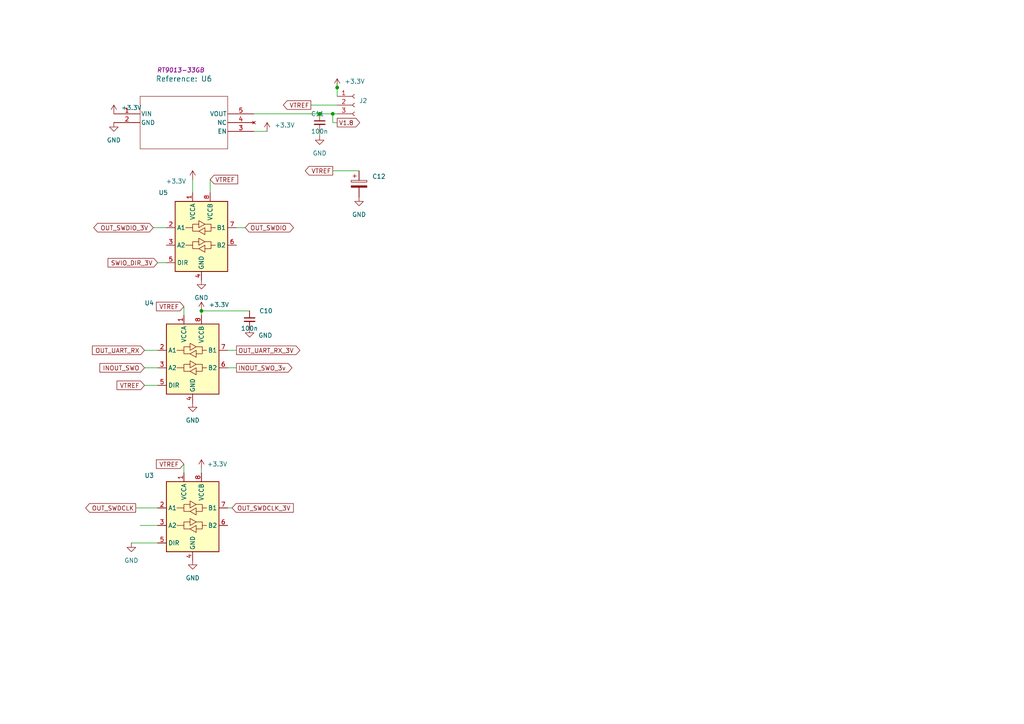
<source format=kicad_sch>
(kicad_sch (version 20231120) (generator "eeschema") (generator_version "8.0")
  (paper "A4")
  (title_block (title "Swindle CH32V303") (rev "H"))
  (lib_symbols
    (symbol "2024-10-20_09-04-45:RT9013-33GB" (pin_names (offset 0.254))
      (property "Reference" "U" (at 20.32 10.16 0))
      (property "Value" "RT9013-33GB" (at 20.32 7.62 0))
      (symbol "RT9013-33GB_0_1"
        (polyline (pts (xy 7.62 -10.16) (xy 33.02 -10.16)) (stroke (width 0.127)))
        (polyline (pts (xy 7.62 5.08) (xy 7.62 -10.16)) (stroke (width 0.127)))
        (polyline (pts (xy 33.02 -10.16) (xy 33.02 5.08)) (stroke (width 0.127)))
        (polyline (pts (xy 33.02 5.08) (xy 7.62 5.08)) (stroke (width 0.127)))
        (pin input line (at 0 0 0) (length 7.62) (name "VIN") (number "1"))
        (pin power_out line (at 0 -2.54 0) (length 7.62) (name "GND") (number "2"))
        (pin unspecified line (at 40.64 -5.08 180) (length 7.62) (name "EN") (number "3"))
        (pin no_connect line (at 40.64 -2.54 180) (length 7.62) (name "NC") (number "4"))
        (pin output line (at 40.64 0 180) (length 7.62) (name "VOUT") (number "5"))
      )
    )
    (symbol "Connector:Conn_01x03_Socket" (pin_names (offset 1.016) hide)
      (property "Reference" "J" (at 0 5.08 0))
      (property "Value" "Conn_01x03_Socket" (at 0 -5.08 0))
      (symbol "Conn_01x03_Socket_1_1"
        (arc (start 0 -2.032) (mid -0.5058 -2.54) (end 0 -3.048) (stroke (width 0.1524)))
        (polyline (pts (xy -1.27 -2.54) (xy -0.508 -2.54)) (stroke (width 0.1524)))
        (polyline (pts (xy -1.27 0) (xy -0.508 0)) (stroke (width 0.1524)))
        (polyline (pts (xy -1.27 2.54) (xy -0.508 2.54)) (stroke (width 0.1524)))
        (arc (start 0 0.508) (mid -0.5058 0) (end 0 -0.508) (stroke (width 0.1524)))
        (arc (start 0 3.048) (mid -0.5058 2.54) (end 0 2.032) (stroke (width 0.1524)))
        (pin passive line (at -5.08 2.54 0) (length 3.81) (name "Pin_1") (number "1"))
        (pin passive line (at -5.08 0 0) (length 3.81) (name "Pin_2") (number "2"))
        (pin passive line (at -5.08 -2.54 0) (length 3.81) (name "Pin_3") (number "3"))
      )
    )
    (symbol "Device:C_Polarized" (pin_numbers hide) (pin_names (offset 0.254))
      (property "Reference" "C" (at 0.635 2.54 0))
      (property "Value" "C_Polarized" (at 0.635 -2.54 0))
      (symbol "C_Polarized_0_1"
        (rectangle (start -2.286 0.508) (end 2.286 1.016))
        (polyline (pts (xy -1.778 2.286) (xy -0.762 2.286)))
        (polyline (pts (xy -1.27 2.794) (xy -1.27 1.778)))
        (rectangle (start 2.286 -0.508) (end -2.286 -1.016) (fill (type outline)))
      )
      (symbol "C_Polarized_1_1"
        (pin passive line (at 0 3.81 270) (length 2.794) (name "~") (number "1"))
        (pin passive line (at 0 -3.81 90) (length 2.794) (name "~") (number "2"))
      )
    )
    (symbol "Device:C_Small" (pin_numbers hide) (pin_names (offset 0.254) hide)
      (property "Reference" "C" (at 0.254 1.778 0))
      (property "Value" "C_Small" (at 0.254 -2.032 0))
      (symbol "C_Small_0_1"
        (polyline (pts (xy -1.524 -0.508) (xy 1.524 -0.508)) (stroke (width 0.3302)))
        (polyline (pts (xy -1.524 0.508) (xy 1.524 0.508)) (stroke (width 0.3048)))
      )
      (symbol "C_Small_1_1"
        (pin passive line (at 0 2.54 270) (length 2.032) (name "~") (number "1"))
        (pin passive line (at 0 -2.54 90) (length 2.032) (name "~") (number "2"))
      )
    )
    (symbol "Logic_LevelTranslator:SN74LVC2T45DCUR"
      (property "Reference" "U" (at -6.35 11.43 0))
      (property "Value" "SN74LVC2T45DCUR" (at 3.81 11.43 0))
      (symbol "SN74LVC2T45DCUR_0_1"
        (rectangle (start -7.62 10.16) (end 7.62 -10.16) (stroke (width 0.254)) (fill (type background)))
        (polyline (pts (xy -2.54 2.54) (xy -2.54 3.556) (xy -0.762 3.556)))
        (polyline (pts (xy 2.794 2.54) (xy 2.794 1.524) (xy 1.016 1.524)))
        (polyline (pts (xy -0.762 1.524) (xy -2.54 1.524) (xy -2.54 2.54) (xy -4.572 2.54)))
        (polyline (pts (xy -0.762 2.54) (xy -0.762 4.572) (xy 1.016 3.556) (xy -0.762 2.54)))
        (polyline (pts (xy 1.016 3.556) (xy 2.794 3.556) (xy 2.794 2.54) (xy 4.064 2.54)))
        (polyline (pts (xy 1.016 2.54) (xy 1.016 0.762) (xy 1.016 0.508) (xy -0.762 1.524) (xy 1.016 2.54)))
      )
      (symbol "SN74LVC2T45DCUR_1_1"
        (polyline (pts (xy -2.54 -2.54) (xy -2.54 -1.524) (xy -0.762 -1.524)))
        (polyline (pts (xy 2.794 -2.54) (xy 2.794 -3.556) (xy 1.016 -3.556)))
        (polyline (pts (xy -0.762 -3.556) (xy -2.54 -3.556) (xy -2.54 -2.54) (xy -4.572 -2.54)))
        (polyline (pts (xy -0.762 -2.54) (xy -0.762 -0.508) (xy 1.016 -1.524) (xy -0.762 -2.54)))
        (polyline (pts (xy 1.016 -1.524) (xy 2.794 -1.524) (xy 2.794 -2.54) (xy 4.064 -2.54)))
        (polyline (pts (xy 1.016 -2.54) (xy 1.016 -4.318) (xy 1.016 -4.572) (xy -0.762 -3.556) (xy 1.016 -2.54)))
        (pin power_in line (at -2.54 12.7 270) (length 2.54) (name "VCCA") (number "1"))
        (pin bidirectional line (at -10.16 2.54 0) (length 2.54) (name "A1") (number "2"))
        (pin bidirectional line (at -10.16 -2.54 0) (length 2.54) (name "A2") (number "3"))
        (pin power_in line (at 0 -12.7 90) (length 2.54) (name "GND") (number "4"))
        (pin input line (at -10.16 -7.62 0) (length 2.54) (name "DIR") (number "5"))
        (pin bidirectional line (at 10.16 -2.54 180) (length 2.54) (name "B2") (number "6"))
        (pin bidirectional line (at 10.16 2.54 180) (length 2.54) (name "B1") (number "7"))
        (pin power_in line (at 2.54 12.7 270) (length 2.54) (name "VCCB") (number "8"))
      )
    )
    (symbol "power:+3.3V" (power) (pin_names (offset 0))
      (property "Value" "+3.3V" (at 0 3.556 0))
      (symbol "+3.3V_0_1"
        (polyline (pts (xy -0.762 1.27) (xy 0 2.54)))
        (polyline (pts (xy 0 0) (xy 0 2.54)))
        (polyline (pts (xy 0 2.54) (xy 0.762 1.27)))
      )
      (symbol "+3.3V_1_1"
        (pin power_in line (at 0 0 90) (length 0) hide (name "+3.3V") (number "1"))
      )
    )
    (symbol "power:GND" (power) (pin_names (offset 0))
      (property "Value" "GND" (at 0 -3.81 0))
      (symbol "GND_0_1"
        (polyline (pts (xy 0 0) (xy 0 -1.27) (xy 1.27 -1.27) (xy 0 -2.54) (xy -1.27 -1.27) (xy 0 -1.27)))
      )
      (symbol "GND_1_1"
        (pin power_in line (at 0 0 270) (length 0) hide (name "GND") (number "1"))
      )
    )
  )
  (junction (at 96.52 33.02))
  (junction (at 92.71 33.02))
  (junction (at 97.79 25.4))
  (junction (at 58.42 90.17))
  (wire (pts (xy 41.91 111.76) (xy 45.72 111.76)))
  (wire (pts (xy 40.64 152.4) (xy 45.72 152.4)))
  (wire (pts (xy 58.42 90.17) (xy 72.39 90.17)))
  (wire (pts (xy 96.52 33.02) (xy 97.79 33.02)))
  (wire (pts (xy 58.42 135.89) (xy 58.42 137.16)))
  (wire (pts (xy 73.66 38.1) (xy 77.47 38.1)))
  (wire (pts (xy 92.71 33.02) (xy 96.52 33.02)))
  (wire (pts (xy 90.17 30.48) (xy 97.79 30.48)))
  (wire (pts (xy 66.04 106.68) (xy 68.58 106.68)))
  (wire (pts (xy 66.04 101.6) (xy 68.58 101.6)))
  (wire (pts (xy 97.79 24.13) (xy 97.79 25.4)))
  (wire (pts (xy 96.52 49.53) (xy 104.14 49.53)))
  (wire (pts (xy 38.1 157.48) (xy 45.72 157.48)))
  (wire (pts (xy 41.91 101.6) (xy 45.72 101.6)))
  (wire (pts (xy 55.88 52.07) (xy 55.88 55.88)))
  (wire (pts (xy 66.04 147.32) (xy 67.31 147.32)))
  (wire (pts (xy 44.45 66.04) (xy 48.26 66.04)))
  (wire (pts (xy 53.34 88.9) (xy 53.34 91.44)))
  (wire (pts (xy 97.79 25.4) (xy 97.79 27.94)))
  (wire (pts (xy 97.79 35.56) (xy 96.52 35.56)))
  (wire (pts (xy 60.96 52.07) (xy 60.96 55.88)))
  (wire (pts (xy 68.58 66.04) (xy 71.12 66.04)))
  (wire (pts (xy 58.42 90.17) (xy 58.42 91.44)))
  (wire (pts (xy 73.66 33.02) (xy 92.71 33.02)))
  (wire (pts (xy 53.34 134.62) (xy 53.34 137.16)))
  (wire (pts (xy 96.52 35.56) (xy 96.52 33.02)))
  (wire (pts (xy 39.37 147.32) (xy 45.72 147.32)))
  (wire (pts (xy 92.71 38.1) (xy 92.71 39.37)))
  (wire (pts (xy 41.91 106.68) (xy 45.72 106.68)))
  (wire (pts (xy 45.72 76.2) (xy 48.26 76.2)))
  (global_label "OUT_UART_RX" (shape input) (at 41.91 101.6 180) (property "Intersheetrefs" "${INTERSHEET_REFS}" (effects (hide yes))))
  (global_label "OUT_SWDCLK_3V" (shape input) (at 67.31 147.32 0) (property "Intersheetrefs" "${INTERSHEET_REFS}" (effects (hide yes))))
  (global_label "VTREF" (shape input) (at 53.34 88.9 180) (property "Intersheetrefs" "${INTERSHEET_REFS}" (effects (hide yes))))
  (global_label "INOUT_SWO" (shape input) (at 41.91 106.68 180) (property "Intersheetrefs" "${INTERSHEET_REFS}" (effects (hide yes))))
  (global_label "OUT_SWDCLK" (shape output) (at 39.37 147.32 180) (property "Intersheetrefs" "${INTERSHEET_REFS}" (effects (hide yes))))
  (global_label "V1.8" (shape output) (at 97.79 35.56 0) (property "Intersheetrefs" "${INTERSHEET_REFS}" (effects (hide yes))))
  (global_label "VTREF" (shape input) (at 53.34 134.62 180) (property "Intersheetrefs" "${INTERSHEET_REFS}" (effects (hide yes))))
  (global_label "INOUT_SWO_3v" (shape output) (at 68.58 106.68 0) (property "Intersheetrefs" "${INTERSHEET_REFS}" (effects (hide yes))))
  (global_label "SWIO_DIR_3V" (shape input) (at 45.72 76.2 180) (property "Intersheetrefs" "${INTERSHEET_REFS}" (effects (hide yes))))
  (global_label "VTREF" (shape output) (at 90.17 30.48 180) (property "Intersheetrefs" "${INTERSHEET_REFS}" (effects (hide yes))))
  (global_label "VTREF" (shape input) (at 41.91 111.76 180) (property "Intersheetrefs" "${INTERSHEET_REFS}" (effects (hide yes))))
  (global_label "OUT_UART_RX_3V" (shape output) (at 68.58 101.6 0) (property "Intersheetrefs" "${INTERSHEET_REFS}" (effects (hide yes))))
  (global_label "VTREF" (shape input) (at 60.96 52.07 0) (property "Intersheetrefs" "${INTERSHEET_REFS}" (effects (hide yes))))
  (global_label "OUT_SWDIO_3V" (shape bidirectional) (at 44.45 66.04 180) (property "Intersheetrefs" "${INTERSHEET_REFS}" (effects (hide yes))))
  (global_label "VTREF" (shape output) (at 96.52 49.53 180) (property "Intersheetrefs" "${INTERSHEET_REFS}" (effects (hide yes))))
  (global_label "OUT_SWDIO" (shape bidirectional) (at 71.12 66.04 0) (property "Intersheetrefs" "${INTERSHEET_REFS}" (effects (hide yes))))
  (symbol (lib_id "Device:C_Polarized") (at 104.14 53.34 0) (unit 1)
    (property "Reference" "C12" (at 107.95 51.1809 0) (effects (justify left)))
    (property "Value" "100u" (effects (hide yes)))
    (property "Footprint" "Capacitor_SMD:C_1206_3216Metric_Pad1.33x1.80mm_HandSolder" (effects (hide yes)))
  )
  (symbol (lib_id "power:+3.3V") (at 97.79 25.4 0) (unit 1)
    (property "Reference" "#PWR033" (effects (hide yes)))
    (property "Value" "+3.3V" (at 102.87 23.622 0))
  )
  (symbol (lib_id "power:+3.3V") (at 55.88 52.07 0) (unit 1)
    (property "Reference" "#PWR022" (effects (hide yes)))
    (property "Value" "+3.3V" (at 51.054 52.578 0))
  )
  (symbol (lib_id "power:GND") (at 92.71 39.37 0) (unit 1)
    (property "Reference" "#PWR032" (effects (hide yes)))
    (property "Value" "GND" (at 92.71 44.45 0))
  )
  (symbol (lib_id "power:GND") (at 55.88 116.84 0) (unit 1)
    (property "Reference" "#PWR024" (effects (hide yes)))
    (property "Value" "GND" (at 55.88 121.92 0))
  )
  (symbol (lib_id "Logic_LevelTranslator:SN74LVC2T45DCUR") (at 55.88 149.86 0) (unit 1)
    (property "Reference" "U3" (at 41.91 137.922 0) (effects (justify left)))
    (property "Value" "3V->VTREF" (effects (hide yes)))
    (property "Footprint" "Package_SO:TSSOP-8_3x3mm_P0.65mm" (effects (hide yes)))
    (property "Datasheet" "http://www.ti.com/lit/ds/symlink/sn74lvc2t45.pdf" (effects (hide yes)))
    (property "Description" "Dual-Bit Dual-Supply Bus Transceiver With Configurable Voltage Translation and 3-State Outputs, VSSOP-8" (effects (hide yes)))
  )
  (symbol (lib_id "power:GND") (at 104.14 57.15 0) (mirror y) (unit 1)
    (property "Reference" "#PWR034" (effects (hide yes)))
    (property "Value" "GND" (at 104.14 62.23 0))
  )
  (symbol (lib_id "power:GND") (at 55.88 162.56 0) (unit 1)
    (property "Reference" "#PWR023" (effects (hide yes)))
    (property "Value" "GND" (at 55.88 167.64 0))
  )
  (symbol (lib_id "power:+3.3V") (at 58.42 135.89 0) (unit 1)
    (property "Reference" "#PWR028" (effects (hide yes)))
    (property "Value" "+3.3V" (at 62.992 134.62 0))
  )
  (symbol (lib_id "Device:C_Small") (at 92.71 35.56 0) (unit 1)
    (property "Reference" "C11" (at 90.17 33.02 0) (effects (justify left)))
    (property "Value" "100n" (at 90.17 38.1 0) (effects (justify left)))
    (property "Footprint" "Resistor_SMD:R_0603_1608Metric" (effects (hide yes)))
  )
  (symbol (lib_id "power:GND") (at 38.1 157.48 0) (unit 1)
    (property "Reference" "#PWR021" (effects (hide yes)))
    (property "Value" "GND" (at 38.1 162.56 0))
  )
  (symbol (lib_id "Logic_LevelTranslator:SN74LVC2T45DCUR") (at 58.42 68.58 0) (unit 1)
    (property "Reference" "U5" (at 45.974 55.88 0) (effects (justify left)))
    (property "Value" "VTREF<->3V" (effects (hide yes)))
    (property "Footprint" "Package_SO:TSSOP-8_3x3mm_P0.65mm" (effects (hide yes)))
    (property "Datasheet" "http://www.ti.com/lit/ds/symlink/sn74lvc2t45.pdf" (effects (hide yes)))
    (property "Description" "Dual-Bit Dual-Supply Bus Transceiver With Configurable Voltage Translation and 3-State Outputs, VSSOP-8" (effects (hide yes)))
  )
  (symbol (lib_id "Device:C_Small") (at 72.39 92.71 0) (unit 1)
    (property "Reference" "C10" (at 75.184 90.17 0) (effects (justify left)))
    (property "Value" "100n" (at 69.85 95.25 0) (effects (justify left)))
    (property "Footprint" "Resistor_SMD:R_0603_1608Metric" (effects (hide yes)))
  )
  (symbol (lib_id "2024-10-20_09-04-45:RT9013-33GB") (at 33.02 33.02 0) (unit 1)
    (property "Reference" "U6" (at 53.34 22.86 0) (show_name yes) (effects (font (size 1.524 1.524))))
    (property "Value" "RT9013-33GB" (effects (hide yes)))
    (property "Footprint" "PCM_Package_TO_SOT_SMD_AKL:TSOT-23-5" (effects (hide yes)))
    (property "Datasheet" "RT9013-33GB" (at 52.324 20.32 0) (effects (font (italic yes))))
  )
  (symbol (lib_id "power:GND") (at 33.02 35.56 0) (unit 1)
    (property "Reference" "#PWR030" (effects (hide yes)))
    (property "Value" "GND" (at 33.02 40.64 0))
  )
  (symbol (lib_id "power:GND") (at 72.39 95.25 0) (unit 1)
    (property "Reference" "#PWR027" (effects (hide yes)))
    (property "Value" "GND" (at 76.962 97.282 0))
  )
  (symbol (lib_id "power:+3.3V") (at 77.47 38.1 0) (unit 1)
    (property "Reference" "#PWR031" (effects (hide yes)))
    (property "Value" "+3.3V" (at 82.55 36.322 0))
  )
  (symbol (lib_id "power:GND") (at 58.42 81.28 0) (unit 1)
    (property "Reference" "#PWR025" (effects (hide yes)))
    (property "Value" "GND" (at 58.42 86.36 0))
  )
  (symbol (lib_id "power:+3.3V") (at 33.02 33.02 0) (unit 1)
    (property "Reference" "#PWR029" (effects (hide yes)))
    (property "Value" "+3.3V" (at 38.1 31.242 0))
  )
  (symbol (lib_id "Logic_LevelTranslator:SN74LVC2T45DCUR") (at 55.88 104.14 0) (unit 1)
    (property "Reference" "U4" (at 41.91 87.884 0) (effects (justify left)))
    (property "Value" "VTREF->3V" (effects (hide yes)))
    (property "Footprint" "Package_SO:TSSOP-8_3x3mm_P0.65mm" (effects (hide yes)))
    (property "Datasheet" "http://www.ti.com/lit/ds/symlink/sn74lvc2t45.pdf" (effects (hide yes)))
    (property "Description" "Dual-Bit Dual-Supply Bus Transceiver With Configurable Voltage Translation and 3-State Outputs, VSSOP-8" (effects (hide yes)))
  )
  (symbol (lib_id "Connector:Conn_01x03_Socket") (at 102.87 30.48 0) (unit 1)
    (property "Reference" "J2" (at 104.14 29.2099 0) (effects (justify left)))
    (property "Value" "Conn_01x03_Socket" (effects (hide yes)))
    (property "Footprint" "Connector_PinHeader_2.54mm:PinHeader_1x03_P2.54mm_Vertical" (effects (hide yes)))
    (property "Description" "Generic connector, single row, 01x03, script generated" (effects (hide yes)))
  )
  (symbol (lib_id "power:+3.3V") (at 58.42 90.17 0) (unit 1)
    (property "Reference" "#PWR026" (effects (hide yes)))
    (property "Value" "+3.3V" (at 63.5 88.392 0))
  )
)
</source>
